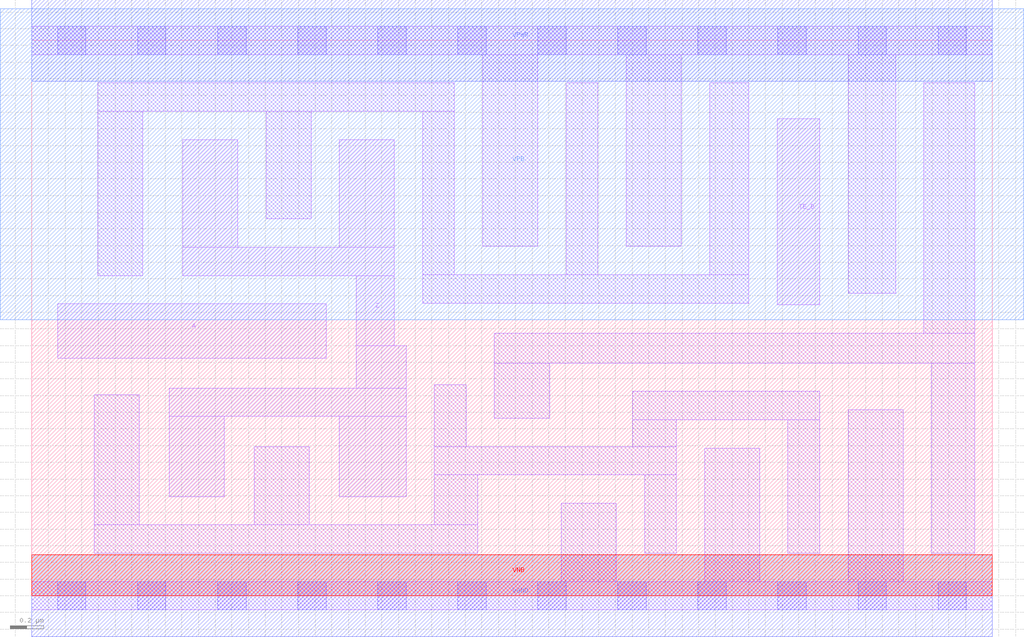
<source format=lef>
# Copyright 2020 The SkyWater PDK Authors
#
# Licensed under the Apache License, Version 2.0 (the "License");
# you may not use this file except in compliance with the License.
# You may obtain a copy of the License at
#
#     https://www.apache.org/licenses/LICENSE-2.0
#
# Unless required by applicable law or agreed to in writing, software
# distributed under the License is distributed on an "AS IS" BASIS,
# WITHOUT WARRANTIES OR CONDITIONS OF ANY KIND, either express or implied.
# See the License for the specific language governing permissions and
# limitations under the License.
#
# SPDX-License-Identifier: Apache-2.0

VERSION 5.7 ;
  NOWIREEXTENSIONATPIN ON ;
  DIVIDERCHAR "/" ;
  BUSBITCHARS "[]" ;
MACRO sky130_fd_sc_lp__einvn_4
  CLASS CORE ;
  FOREIGN sky130_fd_sc_lp__einvn_4 ;
  ORIGIN  0.000000  0.000000 ;
  SIZE  5.760000 BY  3.330000 ;
  SYMMETRY X Y R90 ;
  SITE unit ;
  PIN A
    ANTENNAGATEAREA  1.260000 ;
    DIRECTION INPUT ;
    USE SIGNAL ;
    PORT
      LAYER li1 ;
        RECT 0.155000 1.425000 1.765000 1.750000 ;
    END
  END A
  PIN TE_B
    ANTENNAGATEAREA  1.071000 ;
    DIRECTION INPUT ;
    USE SIGNAL ;
    PORT
      LAYER li1 ;
        RECT 4.470000 1.745000 4.725000 2.860000 ;
    END
  END TE_B
  PIN Z
    ANTENNADIFFAREA  1.512000 ;
    DIRECTION OUTPUT ;
    USE SIGNAL ;
    PORT
      LAYER li1 ;
        RECT 0.825000 0.595000 1.155000 1.075000 ;
        RECT 0.825000 1.075000 2.245000 1.245000 ;
        RECT 0.905000 1.920000 2.175000 2.090000 ;
        RECT 0.905000 2.090000 1.235000 2.735000 ;
        RECT 1.845000 0.595000 2.245000 1.075000 ;
        RECT 1.845000 2.090000 2.175000 2.735000 ;
        RECT 1.945000 1.245000 2.245000 1.500000 ;
        RECT 1.945000 1.500000 2.175000 1.920000 ;
    END
  END Z
  PIN VGND
    DIRECTION INOUT ;
    USE GROUND ;
    PORT
      LAYER met1 ;
        RECT 0.000000 -0.245000 5.760000 0.245000 ;
    END
  END VGND
  PIN VNB
    DIRECTION INOUT ;
    USE GROUND ;
    PORT
      LAYER pwell ;
        RECT 0.000000 0.000000 5.760000 0.245000 ;
    END
  END VNB
  PIN VPB
    DIRECTION INOUT ;
    USE POWER ;
    PORT
      LAYER nwell ;
        RECT -0.190000 1.655000 5.950000 3.520000 ;
    END
  END VPB
  PIN VPWR
    DIRECTION INOUT ;
    USE POWER ;
    PORT
      LAYER met1 ;
        RECT 0.000000 3.085000 5.760000 3.575000 ;
    END
  END VPWR
  OBS
    LAYER li1 ;
      RECT 0.000000 -0.085000 5.760000 0.085000 ;
      RECT 0.000000  3.245000 5.760000 3.415000 ;
      RECT 0.375000  0.255000 2.675000 0.425000 ;
      RECT 0.375000  0.425000 0.645000 1.205000 ;
      RECT 0.395000  1.920000 0.665000 2.905000 ;
      RECT 0.395000  2.905000 2.535000 3.075000 ;
      RECT 1.335000  0.425000 1.665000 0.895000 ;
      RECT 1.405000  2.260000 1.675000 2.905000 ;
      RECT 2.345000  1.755000 4.300000 1.925000 ;
      RECT 2.345000  1.925000 2.535000 2.905000 ;
      RECT 2.415000  0.425000 2.675000 0.725000 ;
      RECT 2.415000  0.725000 3.865000 0.895000 ;
      RECT 2.415000  0.895000 2.605000 1.265000 ;
      RECT 2.705000  2.095000 3.035000 3.245000 ;
      RECT 2.775000  1.065000 3.105000 1.395000 ;
      RECT 2.775000  1.395000 5.655000 1.575000 ;
      RECT 3.175000  0.085000 3.505000 0.555000 ;
      RECT 3.205000  1.925000 3.395000 3.075000 ;
      RECT 3.565000  2.095000 3.895000 3.245000 ;
      RECT 3.605000  0.895000 3.865000 1.055000 ;
      RECT 3.605000  1.055000 4.725000 1.225000 ;
      RECT 3.675000  0.255000 3.865000 0.725000 ;
      RECT 4.035000  0.085000 4.365000 0.885000 ;
      RECT 4.065000  1.925000 4.300000 3.075000 ;
      RECT 4.535000  0.255000 4.725000 1.055000 ;
      RECT 4.895000  0.085000 5.225000 1.115000 ;
      RECT 4.895000  1.815000 5.180000 3.245000 ;
      RECT 5.350000  1.575000 5.655000 3.075000 ;
      RECT 5.395000  0.255000 5.655000 1.395000 ;
    LAYER mcon ;
      RECT 0.155000 -0.085000 0.325000 0.085000 ;
      RECT 0.155000  3.245000 0.325000 3.415000 ;
      RECT 0.635000 -0.085000 0.805000 0.085000 ;
      RECT 0.635000  3.245000 0.805000 3.415000 ;
      RECT 1.115000 -0.085000 1.285000 0.085000 ;
      RECT 1.115000  3.245000 1.285000 3.415000 ;
      RECT 1.595000 -0.085000 1.765000 0.085000 ;
      RECT 1.595000  3.245000 1.765000 3.415000 ;
      RECT 2.075000 -0.085000 2.245000 0.085000 ;
      RECT 2.075000  3.245000 2.245000 3.415000 ;
      RECT 2.555000 -0.085000 2.725000 0.085000 ;
      RECT 2.555000  3.245000 2.725000 3.415000 ;
      RECT 3.035000 -0.085000 3.205000 0.085000 ;
      RECT 3.035000  3.245000 3.205000 3.415000 ;
      RECT 3.515000 -0.085000 3.685000 0.085000 ;
      RECT 3.515000  3.245000 3.685000 3.415000 ;
      RECT 3.995000 -0.085000 4.165000 0.085000 ;
      RECT 3.995000  3.245000 4.165000 3.415000 ;
      RECT 4.475000 -0.085000 4.645000 0.085000 ;
      RECT 4.475000  3.245000 4.645000 3.415000 ;
      RECT 4.955000 -0.085000 5.125000 0.085000 ;
      RECT 4.955000  3.245000 5.125000 3.415000 ;
      RECT 5.435000 -0.085000 5.605000 0.085000 ;
      RECT 5.435000  3.245000 5.605000 3.415000 ;
  END
END sky130_fd_sc_lp__einvn_4
END LIBRARY

</source>
